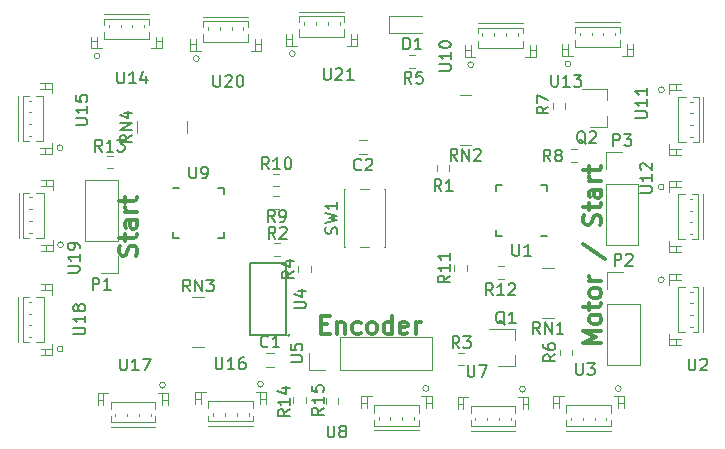
<source format=gto>
G04 #@! TF.GenerationSoftware,KiCad,Pcbnew,no-vcs-found-ecdfa40~58~ubuntu16.04.1*
G04 #@! TF.CreationDate,2017-03-20T23:24:32+01:00*
G04 #@! TF.ProjectId,GhostSensorboard,47686F737453656E736F72626F617264,rev?*
G04 #@! TF.FileFunction,Legend,Top*
G04 #@! TF.FilePolarity,Positive*
%FSLAX46Y46*%
G04 Gerber Fmt 4.6, Leading zero omitted, Abs format (unit mm)*
G04 Created by KiCad (PCBNEW no-vcs-found-ecdfa40~58~ubuntu16.04.1) date Mon Mar 20 23:24:32 2017*
%MOMM*%
%LPD*%
G01*
G04 APERTURE LIST*
%ADD10C,0.100000*%
%ADD11C,0.300000*%
%ADD12C,0.150000*%
%ADD13C,0.120000*%
G04 APERTURE END LIST*
D10*
D11*
X95642857Y-103932857D02*
X96142857Y-103932857D01*
X96357142Y-104718571D02*
X95642857Y-104718571D01*
X95642857Y-103218571D01*
X96357142Y-103218571D01*
X97000000Y-103718571D02*
X97000000Y-104718571D01*
X97000000Y-103861428D02*
X97071428Y-103790000D01*
X97214285Y-103718571D01*
X97428571Y-103718571D01*
X97571428Y-103790000D01*
X97642857Y-103932857D01*
X97642857Y-104718571D01*
X99000000Y-104647142D02*
X98857142Y-104718571D01*
X98571428Y-104718571D01*
X98428571Y-104647142D01*
X98357142Y-104575714D01*
X98285714Y-104432857D01*
X98285714Y-104004285D01*
X98357142Y-103861428D01*
X98428571Y-103790000D01*
X98571428Y-103718571D01*
X98857142Y-103718571D01*
X99000000Y-103790000D01*
X99857142Y-104718571D02*
X99714285Y-104647142D01*
X99642857Y-104575714D01*
X99571428Y-104432857D01*
X99571428Y-104004285D01*
X99642857Y-103861428D01*
X99714285Y-103790000D01*
X99857142Y-103718571D01*
X100071428Y-103718571D01*
X100214285Y-103790000D01*
X100285714Y-103861428D01*
X100357142Y-104004285D01*
X100357142Y-104432857D01*
X100285714Y-104575714D01*
X100214285Y-104647142D01*
X100071428Y-104718571D01*
X99857142Y-104718571D01*
X101642857Y-104718571D02*
X101642857Y-103218571D01*
X101642857Y-104647142D02*
X101500000Y-104718571D01*
X101214285Y-104718571D01*
X101071428Y-104647142D01*
X101000000Y-104575714D01*
X100928571Y-104432857D01*
X100928571Y-104004285D01*
X101000000Y-103861428D01*
X101071428Y-103790000D01*
X101214285Y-103718571D01*
X101500000Y-103718571D01*
X101642857Y-103790000D01*
X102928571Y-104647142D02*
X102785714Y-104718571D01*
X102500000Y-104718571D01*
X102357142Y-104647142D01*
X102285714Y-104504285D01*
X102285714Y-103932857D01*
X102357142Y-103790000D01*
X102500000Y-103718571D01*
X102785714Y-103718571D01*
X102928571Y-103790000D01*
X103000000Y-103932857D01*
X103000000Y-104075714D01*
X102285714Y-104218571D01*
X103642857Y-104718571D02*
X103642857Y-103718571D01*
X103642857Y-104004285D02*
X103714285Y-103861428D01*
X103785714Y-103790000D01*
X103928571Y-103718571D01*
X104071428Y-103718571D01*
X119358571Y-105532857D02*
X117858571Y-105532857D01*
X118930000Y-105032857D01*
X117858571Y-104532857D01*
X119358571Y-104532857D01*
X119358571Y-103604285D02*
X119287142Y-103747142D01*
X119215714Y-103818571D01*
X119072857Y-103890000D01*
X118644285Y-103890000D01*
X118501428Y-103818571D01*
X118430000Y-103747142D01*
X118358571Y-103604285D01*
X118358571Y-103390000D01*
X118430000Y-103247142D01*
X118501428Y-103175714D01*
X118644285Y-103104285D01*
X119072857Y-103104285D01*
X119215714Y-103175714D01*
X119287142Y-103247142D01*
X119358571Y-103390000D01*
X119358571Y-103604285D01*
X118358571Y-102675714D02*
X118358571Y-102104285D01*
X117858571Y-102461428D02*
X119144285Y-102461428D01*
X119287142Y-102390000D01*
X119358571Y-102247142D01*
X119358571Y-102104285D01*
X119358571Y-101390000D02*
X119287142Y-101532857D01*
X119215714Y-101604285D01*
X119072857Y-101675714D01*
X118644285Y-101675714D01*
X118501428Y-101604285D01*
X118430000Y-101532857D01*
X118358571Y-101390000D01*
X118358571Y-101175714D01*
X118430000Y-101032857D01*
X118501428Y-100961428D01*
X118644285Y-100890000D01*
X119072857Y-100890000D01*
X119215714Y-100961428D01*
X119287142Y-101032857D01*
X119358571Y-101175714D01*
X119358571Y-101390000D01*
X119358571Y-100247142D02*
X118358571Y-100247142D01*
X118644285Y-100247142D02*
X118501428Y-100175714D01*
X118430000Y-100104285D01*
X118358571Y-99961428D01*
X118358571Y-99818571D01*
X117787142Y-97104285D02*
X119715714Y-98390000D01*
X119287142Y-95532857D02*
X119358571Y-95318571D01*
X119358571Y-94961428D01*
X119287142Y-94818571D01*
X119215714Y-94747142D01*
X119072857Y-94675714D01*
X118930000Y-94675714D01*
X118787142Y-94747142D01*
X118715714Y-94818571D01*
X118644285Y-94961428D01*
X118572857Y-95247142D01*
X118501428Y-95390000D01*
X118430000Y-95461428D01*
X118287142Y-95532857D01*
X118144285Y-95532857D01*
X118001428Y-95461428D01*
X117930000Y-95390000D01*
X117858571Y-95247142D01*
X117858571Y-94890000D01*
X117930000Y-94675714D01*
X118358571Y-94247142D02*
X118358571Y-93675714D01*
X117858571Y-94032857D02*
X119144285Y-94032857D01*
X119287142Y-93961428D01*
X119358571Y-93818571D01*
X119358571Y-93675714D01*
X119358571Y-92532857D02*
X118572857Y-92532857D01*
X118430000Y-92604285D01*
X118358571Y-92747142D01*
X118358571Y-93032857D01*
X118430000Y-93175714D01*
X119287142Y-92532857D02*
X119358571Y-92675714D01*
X119358571Y-93032857D01*
X119287142Y-93175714D01*
X119144285Y-93247142D01*
X119001428Y-93247142D01*
X118858571Y-93175714D01*
X118787142Y-93032857D01*
X118787142Y-92675714D01*
X118715714Y-92532857D01*
X119358571Y-91818571D02*
X118358571Y-91818571D01*
X118644285Y-91818571D02*
X118501428Y-91747142D01*
X118430000Y-91675714D01*
X118358571Y-91532857D01*
X118358571Y-91390000D01*
X118358571Y-91104285D02*
X118358571Y-90532857D01*
X117858571Y-90890000D02*
X119144285Y-90890000D01*
X119287142Y-90818571D01*
X119358571Y-90675714D01*
X119358571Y-90532857D01*
X79947142Y-98118571D02*
X80018571Y-97904285D01*
X80018571Y-97547142D01*
X79947142Y-97404285D01*
X79875714Y-97332857D01*
X79732857Y-97261428D01*
X79590000Y-97261428D01*
X79447142Y-97332857D01*
X79375714Y-97404285D01*
X79304285Y-97547142D01*
X79232857Y-97832857D01*
X79161428Y-97975714D01*
X79090000Y-98047142D01*
X78947142Y-98118571D01*
X78804285Y-98118571D01*
X78661428Y-98047142D01*
X78590000Y-97975714D01*
X78518571Y-97832857D01*
X78518571Y-97475714D01*
X78590000Y-97261428D01*
X79018571Y-96832857D02*
X79018571Y-96261428D01*
X78518571Y-96618571D02*
X79804285Y-96618571D01*
X79947142Y-96547142D01*
X80018571Y-96404285D01*
X80018571Y-96261428D01*
X80018571Y-95118571D02*
X79232857Y-95118571D01*
X79090000Y-95190000D01*
X79018571Y-95332857D01*
X79018571Y-95618571D01*
X79090000Y-95761428D01*
X79947142Y-95118571D02*
X80018571Y-95261428D01*
X80018571Y-95618571D01*
X79947142Y-95761428D01*
X79804285Y-95832857D01*
X79661428Y-95832857D01*
X79518571Y-95761428D01*
X79447142Y-95618571D01*
X79447142Y-95261428D01*
X79375714Y-95118571D01*
X80018571Y-94404285D02*
X79018571Y-94404285D01*
X79304285Y-94404285D02*
X79161428Y-94332857D01*
X79090000Y-94261428D01*
X79018571Y-94118571D01*
X79018571Y-93975714D01*
X79018571Y-93690000D02*
X79018571Y-93118571D01*
X78518571Y-93475714D02*
X79804285Y-93475714D01*
X79947142Y-93404285D01*
X80018571Y-93261428D01*
X80018571Y-93118571D01*
D12*
X92646500Y-98765360D02*
X92646500Y-101813360D01*
X89598500Y-98765360D02*
X92646500Y-98765360D01*
X89598500Y-104861360D02*
X89598500Y-98765360D01*
X92646500Y-104861360D02*
X89598500Y-104861360D01*
X92646500Y-101813360D02*
X92646500Y-104861360D01*
X92972342Y-104861360D02*
G75*
G03X92972342Y-104861360I-71842J0D01*
G01*
D13*
X91665540Y-107526380D02*
X90965540Y-107526380D01*
X90965540Y-106326380D02*
X91665540Y-106326380D01*
X99560000Y-89540000D02*
X98860000Y-89540000D01*
X98860000Y-88340000D02*
X99560000Y-88340000D01*
X101410000Y-77850000D02*
X104210000Y-77850000D01*
X101410000Y-79250000D02*
X104210000Y-79250000D01*
X101410000Y-77850000D02*
X101410000Y-79250000D01*
X78423120Y-99561000D02*
X77033120Y-99561000D01*
X78423120Y-98171000D02*
X78423120Y-99561000D01*
X75643120Y-96901000D02*
X78423120Y-96901000D01*
X75643120Y-91701000D02*
X75643120Y-96901000D01*
X78423120Y-91701000D02*
X75643120Y-91701000D01*
X78423120Y-96901000D02*
X78423120Y-91701000D01*
X119834040Y-102163880D02*
X119834040Y-107363880D01*
X119834040Y-107363880D02*
X122614040Y-107363880D01*
X122614040Y-107363880D02*
X122614040Y-102163880D01*
X122614040Y-102163880D02*
X119834040Y-102163880D01*
X119834040Y-100893880D02*
X119834040Y-99503880D01*
X119834040Y-99503880D02*
X121224040Y-99503880D01*
X119732440Y-89374360D02*
X121122440Y-89374360D01*
X119732440Y-90764360D02*
X119732440Y-89374360D01*
X122512440Y-92034360D02*
X119732440Y-92034360D01*
X122512440Y-97234360D02*
X122512440Y-92034360D01*
X119732440Y-97234360D02*
X122512440Y-97234360D01*
X119732440Y-92034360D02*
X119732440Y-97234360D01*
X112060000Y-107480000D02*
X110600000Y-107480000D01*
X112060000Y-104320000D02*
X109900000Y-104320000D01*
X112060000Y-104320000D02*
X112060000Y-105250000D01*
X112060000Y-107480000D02*
X112060000Y-106550000D01*
X119863900Y-87178000D02*
X119863900Y-86248000D01*
X119863900Y-84018000D02*
X119863900Y-84948000D01*
X119863900Y-84018000D02*
X117703900Y-84018000D01*
X119863900Y-87178000D02*
X118403900Y-87178000D01*
X114350000Y-99150000D02*
X115350000Y-99150000D01*
X114350000Y-103390000D02*
X115350000Y-103390000D01*
X107373800Y-88739080D02*
X108373800Y-88739080D01*
X107373800Y-84499080D02*
X108373800Y-84499080D01*
X85742400Y-101572960D02*
X84742400Y-101572960D01*
X85742400Y-105812960D02*
X84742400Y-105812960D01*
X84291540Y-86713440D02*
X84291540Y-87713440D01*
X80051540Y-86713440D02*
X80051540Y-87713440D01*
X101060000Y-97370000D02*
X101060000Y-92470000D01*
X97560000Y-92470000D02*
X97560000Y-97370000D01*
X98960000Y-92470000D02*
X99660000Y-92470000D01*
X98960000Y-97370000D02*
X99660000Y-97370000D01*
X97560000Y-97370000D02*
X97660000Y-97370000D01*
X100960000Y-97370000D02*
X101060000Y-97370000D01*
X101060000Y-92470000D02*
X100960000Y-92470000D01*
X97560000Y-92470000D02*
X97660000Y-92470000D01*
D12*
X110458360Y-96444960D02*
X110458360Y-95919960D01*
X114758360Y-92144960D02*
X114758360Y-92669960D01*
X110458360Y-92144960D02*
X110458360Y-92669960D01*
X114758360Y-96444960D02*
X114233360Y-96444960D01*
X114758360Y-92144960D02*
X114233360Y-92144960D01*
X110458360Y-92144960D02*
X110983360Y-92144960D01*
X110458360Y-96444960D02*
X110983360Y-96444960D01*
D13*
X124692220Y-100159180D02*
G75*
G03X124692220Y-100159180I-250000J0D01*
G01*
X127992220Y-100759180D02*
X127992220Y-104559180D01*
X126092220Y-99659180D02*
X125092220Y-99659180D01*
X125092220Y-99659180D02*
X125092220Y-100559180D01*
X125092220Y-100159180D02*
X126092220Y-100159180D01*
X126092220Y-100159180D02*
X126092220Y-100159180D01*
X126092220Y-100159180D02*
X125092220Y-100159180D01*
X125092220Y-100159180D02*
X125092220Y-100159180D01*
X125692220Y-100159180D02*
X125692220Y-100159180D01*
X125692220Y-100159180D02*
X125692220Y-99659180D01*
X125692220Y-99659180D02*
X125692220Y-99659180D01*
X125692220Y-99659180D02*
X125692220Y-100159180D01*
X126092220Y-105659180D02*
X125092220Y-105659180D01*
X125092220Y-105659180D02*
X125092220Y-104759180D01*
X125092220Y-105159180D02*
X126092220Y-105159180D01*
X126092220Y-105159180D02*
X126092220Y-105159180D01*
X126092220Y-105159180D02*
X125092220Y-105159180D01*
X125092220Y-105159180D02*
X125092220Y-105159180D01*
X125692220Y-105159180D02*
X125692220Y-105159180D01*
X125692220Y-105159180D02*
X125692220Y-105659180D01*
X125692220Y-105659180D02*
X125692220Y-105659180D01*
X125692220Y-105659180D02*
X125692220Y-105159180D01*
X127092220Y-100759180D02*
X127592220Y-100759180D01*
X127592220Y-100759180D02*
X127592220Y-104559180D01*
X127592220Y-104559180D02*
X127092220Y-104559180D01*
X126492220Y-100759180D02*
X125842220Y-100759180D01*
X125842220Y-100759180D02*
X125842220Y-104559180D01*
X125842220Y-104559180D02*
X126492220Y-104559180D01*
X127092220Y-101159180D02*
X126892220Y-101159180D01*
X127092220Y-102159180D02*
X126892220Y-102159180D01*
X127092220Y-103159180D02*
X126892220Y-103159180D01*
X127092220Y-104159180D02*
X126892220Y-104159180D01*
X116803040Y-112017320D02*
X116803040Y-111817320D01*
X117803040Y-112017320D02*
X117803040Y-111817320D01*
X118803040Y-112017320D02*
X118803040Y-111817320D01*
X119803040Y-112017320D02*
X119803040Y-111817320D01*
X116403040Y-110767320D02*
X116403040Y-111417320D01*
X120203040Y-110767320D02*
X116403040Y-110767320D01*
X120203040Y-111417320D02*
X120203040Y-110767320D01*
X116403040Y-112517320D02*
X116403040Y-112017320D01*
X120203040Y-112517320D02*
X116403040Y-112517320D01*
X120203040Y-112017320D02*
X120203040Y-112517320D01*
X115303040Y-110617320D02*
X115803040Y-110617320D01*
X115303040Y-110617320D02*
X115303040Y-110617320D01*
X115803040Y-110617320D02*
X115303040Y-110617320D01*
X115803040Y-110617320D02*
X115803040Y-110617320D01*
X115803040Y-110017320D02*
X115803040Y-110017320D01*
X115803040Y-111017320D02*
X115803040Y-110017320D01*
X115803040Y-111017320D02*
X115803040Y-111017320D01*
X115803040Y-110017320D02*
X115803040Y-111017320D01*
X115303040Y-110017320D02*
X116203040Y-110017320D01*
X115303040Y-111017320D02*
X115303040Y-110017320D01*
X121303040Y-110617320D02*
X120803040Y-110617320D01*
X121303040Y-110617320D02*
X121303040Y-110617320D01*
X120803040Y-110617320D02*
X121303040Y-110617320D01*
X120803040Y-110617320D02*
X120803040Y-110617320D01*
X120803040Y-110017320D02*
X120803040Y-110017320D01*
X120803040Y-111017320D02*
X120803040Y-110017320D01*
X120803040Y-111017320D02*
X120803040Y-111017320D01*
X120803040Y-110017320D02*
X120803040Y-111017320D01*
X121303040Y-110017320D02*
X120403040Y-110017320D01*
X121303040Y-111017320D02*
X121303040Y-110017320D01*
X120203040Y-112917320D02*
X116403040Y-112917320D01*
X121053040Y-109367320D02*
G75*
G03X121053040Y-109367320I-250000J0D01*
G01*
X112947900Y-109413040D02*
G75*
G03X112947900Y-109413040I-250000J0D01*
G01*
X112097900Y-112963040D02*
X108297900Y-112963040D01*
X113197900Y-111063040D02*
X113197900Y-110063040D01*
X113197900Y-110063040D02*
X112297900Y-110063040D01*
X112697900Y-110063040D02*
X112697900Y-111063040D01*
X112697900Y-111063040D02*
X112697900Y-111063040D01*
X112697900Y-111063040D02*
X112697900Y-110063040D01*
X112697900Y-110063040D02*
X112697900Y-110063040D01*
X112697900Y-110663040D02*
X112697900Y-110663040D01*
X112697900Y-110663040D02*
X113197900Y-110663040D01*
X113197900Y-110663040D02*
X113197900Y-110663040D01*
X113197900Y-110663040D02*
X112697900Y-110663040D01*
X107197900Y-111063040D02*
X107197900Y-110063040D01*
X107197900Y-110063040D02*
X108097900Y-110063040D01*
X107697900Y-110063040D02*
X107697900Y-111063040D01*
X107697900Y-111063040D02*
X107697900Y-111063040D01*
X107697900Y-111063040D02*
X107697900Y-110063040D01*
X107697900Y-110063040D02*
X107697900Y-110063040D01*
X107697900Y-110663040D02*
X107697900Y-110663040D01*
X107697900Y-110663040D02*
X107197900Y-110663040D01*
X107197900Y-110663040D02*
X107197900Y-110663040D01*
X107197900Y-110663040D02*
X107697900Y-110663040D01*
X112097900Y-112063040D02*
X112097900Y-112563040D01*
X112097900Y-112563040D02*
X108297900Y-112563040D01*
X108297900Y-112563040D02*
X108297900Y-112063040D01*
X112097900Y-111463040D02*
X112097900Y-110813040D01*
X112097900Y-110813040D02*
X108297900Y-110813040D01*
X108297900Y-110813040D02*
X108297900Y-111463040D01*
X111697900Y-112063040D02*
X111697900Y-111863040D01*
X110697900Y-112063040D02*
X110697900Y-111863040D01*
X109697900Y-112063040D02*
X109697900Y-111863040D01*
X108697900Y-112063040D02*
X108697900Y-111863040D01*
X100519100Y-112004620D02*
X100519100Y-111804620D01*
X101519100Y-112004620D02*
X101519100Y-111804620D01*
X102519100Y-112004620D02*
X102519100Y-111804620D01*
X103519100Y-112004620D02*
X103519100Y-111804620D01*
X100119100Y-110754620D02*
X100119100Y-111404620D01*
X103919100Y-110754620D02*
X100119100Y-110754620D01*
X103919100Y-111404620D02*
X103919100Y-110754620D01*
X100119100Y-112504620D02*
X100119100Y-112004620D01*
X103919100Y-112504620D02*
X100119100Y-112504620D01*
X103919100Y-112004620D02*
X103919100Y-112504620D01*
X99019100Y-110604620D02*
X99519100Y-110604620D01*
X99019100Y-110604620D02*
X99019100Y-110604620D01*
X99519100Y-110604620D02*
X99019100Y-110604620D01*
X99519100Y-110604620D02*
X99519100Y-110604620D01*
X99519100Y-110004620D02*
X99519100Y-110004620D01*
X99519100Y-111004620D02*
X99519100Y-110004620D01*
X99519100Y-111004620D02*
X99519100Y-111004620D01*
X99519100Y-110004620D02*
X99519100Y-111004620D01*
X99019100Y-110004620D02*
X99919100Y-110004620D01*
X99019100Y-111004620D02*
X99019100Y-110004620D01*
X105019100Y-110604620D02*
X104519100Y-110604620D01*
X105019100Y-110604620D02*
X105019100Y-110604620D01*
X104519100Y-110604620D02*
X105019100Y-110604620D01*
X104519100Y-110604620D02*
X104519100Y-110604620D01*
X104519100Y-110004620D02*
X104519100Y-110004620D01*
X104519100Y-111004620D02*
X104519100Y-110004620D01*
X104519100Y-111004620D02*
X104519100Y-111004620D01*
X104519100Y-110004620D02*
X104519100Y-111004620D01*
X105019100Y-110004620D02*
X104119100Y-110004620D01*
X105019100Y-111004620D02*
X105019100Y-110004620D01*
X103919100Y-112904620D02*
X100119100Y-112904620D01*
X104769100Y-109354620D02*
G75*
G03X104769100Y-109354620I-250000J0D01*
G01*
D12*
X87407640Y-92348160D02*
X86882640Y-92348160D01*
X87407640Y-96648160D02*
X86882640Y-96648160D01*
X83107640Y-96648160D02*
X83632640Y-96648160D01*
X83107640Y-92348160D02*
X83632640Y-92348160D01*
X87407640Y-96648160D02*
X87407640Y-96123160D01*
X83107640Y-96648160D02*
X83107640Y-96123160D01*
X87407640Y-92348160D02*
X87407640Y-92873160D01*
D13*
X108557500Y-81950560D02*
G75*
G03X108557500Y-81950560I-250000J0D01*
G01*
X108907500Y-78400560D02*
X112707500Y-78400560D01*
X107807500Y-80300560D02*
X107807500Y-81300560D01*
X107807500Y-81300560D02*
X108707500Y-81300560D01*
X108307500Y-81300560D02*
X108307500Y-80300560D01*
X108307500Y-80300560D02*
X108307500Y-80300560D01*
X108307500Y-80300560D02*
X108307500Y-81300560D01*
X108307500Y-81300560D02*
X108307500Y-81300560D01*
X108307500Y-80700560D02*
X108307500Y-80700560D01*
X108307500Y-80700560D02*
X107807500Y-80700560D01*
X107807500Y-80700560D02*
X107807500Y-80700560D01*
X107807500Y-80700560D02*
X108307500Y-80700560D01*
X113807500Y-80300560D02*
X113807500Y-81300560D01*
X113807500Y-81300560D02*
X112907500Y-81300560D01*
X113307500Y-81300560D02*
X113307500Y-80300560D01*
X113307500Y-80300560D02*
X113307500Y-80300560D01*
X113307500Y-80300560D02*
X113307500Y-81300560D01*
X113307500Y-81300560D02*
X113307500Y-81300560D01*
X113307500Y-80700560D02*
X113307500Y-80700560D01*
X113307500Y-80700560D02*
X113807500Y-80700560D01*
X113807500Y-80700560D02*
X113807500Y-80700560D01*
X113807500Y-80700560D02*
X113307500Y-80700560D01*
X108907500Y-79300560D02*
X108907500Y-78800560D01*
X108907500Y-78800560D02*
X112707500Y-78800560D01*
X112707500Y-78800560D02*
X112707500Y-79300560D01*
X108907500Y-79900560D02*
X108907500Y-80550560D01*
X108907500Y-80550560D02*
X112707500Y-80550560D01*
X112707500Y-80550560D02*
X112707500Y-79900560D01*
X109307500Y-79300560D02*
X109307500Y-79500560D01*
X110307500Y-79300560D02*
X110307500Y-79500560D01*
X111307500Y-79300560D02*
X111307500Y-79500560D01*
X112307500Y-79300560D02*
X112307500Y-79500560D01*
X127102380Y-88068280D02*
X126902380Y-88068280D01*
X127102380Y-87068280D02*
X126902380Y-87068280D01*
X127102380Y-86068280D02*
X126902380Y-86068280D01*
X127102380Y-85068280D02*
X126902380Y-85068280D01*
X125852380Y-88468280D02*
X126502380Y-88468280D01*
X125852380Y-84668280D02*
X125852380Y-88468280D01*
X126502380Y-84668280D02*
X125852380Y-84668280D01*
X127602380Y-88468280D02*
X127102380Y-88468280D01*
X127602380Y-84668280D02*
X127602380Y-88468280D01*
X127102380Y-84668280D02*
X127602380Y-84668280D01*
X125702380Y-89568280D02*
X125702380Y-89068280D01*
X125702380Y-89568280D02*
X125702380Y-89568280D01*
X125702380Y-89068280D02*
X125702380Y-89568280D01*
X125702380Y-89068280D02*
X125702380Y-89068280D01*
X125102380Y-89068280D02*
X125102380Y-89068280D01*
X126102380Y-89068280D02*
X125102380Y-89068280D01*
X126102380Y-89068280D02*
X126102380Y-89068280D01*
X125102380Y-89068280D02*
X126102380Y-89068280D01*
X125102380Y-89568280D02*
X125102380Y-88668280D01*
X126102380Y-89568280D02*
X125102380Y-89568280D01*
X125702380Y-83568280D02*
X125702380Y-84068280D01*
X125702380Y-83568280D02*
X125702380Y-83568280D01*
X125702380Y-84068280D02*
X125702380Y-83568280D01*
X125702380Y-84068280D02*
X125702380Y-84068280D01*
X125102380Y-84068280D02*
X125102380Y-84068280D01*
X126102380Y-84068280D02*
X125102380Y-84068280D01*
X126102380Y-84068280D02*
X126102380Y-84068280D01*
X125102380Y-84068280D02*
X126102380Y-84068280D01*
X125102380Y-83568280D02*
X125102380Y-84468280D01*
X126102380Y-83568280D02*
X125102380Y-83568280D01*
X128002380Y-84668280D02*
X128002380Y-88468280D01*
X124702380Y-84068280D02*
G75*
G03X124702380Y-84068280I-250000J0D01*
G01*
X124687140Y-92302960D02*
G75*
G03X124687140Y-92302960I-250000J0D01*
G01*
X127987140Y-92902960D02*
X127987140Y-96702960D01*
X126087140Y-91802960D02*
X125087140Y-91802960D01*
X125087140Y-91802960D02*
X125087140Y-92702960D01*
X125087140Y-92302960D02*
X126087140Y-92302960D01*
X126087140Y-92302960D02*
X126087140Y-92302960D01*
X126087140Y-92302960D02*
X125087140Y-92302960D01*
X125087140Y-92302960D02*
X125087140Y-92302960D01*
X125687140Y-92302960D02*
X125687140Y-92302960D01*
X125687140Y-92302960D02*
X125687140Y-91802960D01*
X125687140Y-91802960D02*
X125687140Y-91802960D01*
X125687140Y-91802960D02*
X125687140Y-92302960D01*
X126087140Y-97802960D02*
X125087140Y-97802960D01*
X125087140Y-97802960D02*
X125087140Y-96902960D01*
X125087140Y-97302960D02*
X126087140Y-97302960D01*
X126087140Y-97302960D02*
X126087140Y-97302960D01*
X126087140Y-97302960D02*
X125087140Y-97302960D01*
X125087140Y-97302960D02*
X125087140Y-97302960D01*
X125687140Y-97302960D02*
X125687140Y-97302960D01*
X125687140Y-97302960D02*
X125687140Y-97802960D01*
X125687140Y-97802960D02*
X125687140Y-97802960D01*
X125687140Y-97802960D02*
X125687140Y-97302960D01*
X127087140Y-92902960D02*
X127587140Y-92902960D01*
X127587140Y-92902960D02*
X127587140Y-96702960D01*
X127587140Y-96702960D02*
X127087140Y-96702960D01*
X126487140Y-92902960D02*
X125837140Y-92902960D01*
X125837140Y-92902960D02*
X125837140Y-96702960D01*
X125837140Y-96702960D02*
X126487140Y-96702960D01*
X127087140Y-93302960D02*
X126887140Y-93302960D01*
X127087140Y-94302960D02*
X126887140Y-94302960D01*
X127087140Y-95302960D02*
X126887140Y-95302960D01*
X127087140Y-96302960D02*
X126887140Y-96302960D01*
X120539640Y-79229440D02*
X120539640Y-79429440D01*
X119539640Y-79229440D02*
X119539640Y-79429440D01*
X118539640Y-79229440D02*
X118539640Y-79429440D01*
X117539640Y-79229440D02*
X117539640Y-79429440D01*
X120939640Y-80479440D02*
X120939640Y-79829440D01*
X117139640Y-80479440D02*
X120939640Y-80479440D01*
X117139640Y-79829440D02*
X117139640Y-80479440D01*
X120939640Y-78729440D02*
X120939640Y-79229440D01*
X117139640Y-78729440D02*
X120939640Y-78729440D01*
X117139640Y-79229440D02*
X117139640Y-78729440D01*
X122039640Y-80629440D02*
X121539640Y-80629440D01*
X122039640Y-80629440D02*
X122039640Y-80629440D01*
X121539640Y-80629440D02*
X122039640Y-80629440D01*
X121539640Y-80629440D02*
X121539640Y-80629440D01*
X121539640Y-81229440D02*
X121539640Y-81229440D01*
X121539640Y-80229440D02*
X121539640Y-81229440D01*
X121539640Y-80229440D02*
X121539640Y-80229440D01*
X121539640Y-81229440D02*
X121539640Y-80229440D01*
X122039640Y-81229440D02*
X121139640Y-81229440D01*
X122039640Y-80229440D02*
X122039640Y-81229440D01*
X116039640Y-80629440D02*
X116539640Y-80629440D01*
X116039640Y-80629440D02*
X116039640Y-80629440D01*
X116539640Y-80629440D02*
X116039640Y-80629440D01*
X116539640Y-80629440D02*
X116539640Y-80629440D01*
X116539640Y-81229440D02*
X116539640Y-81229440D01*
X116539640Y-80229440D02*
X116539640Y-81229440D01*
X116539640Y-80229440D02*
X116539640Y-80229440D01*
X116539640Y-81229440D02*
X116539640Y-80229440D01*
X116039640Y-81229440D02*
X116939640Y-81229440D01*
X116039640Y-80229440D02*
X116039640Y-81229440D01*
X117139640Y-78329440D02*
X120939640Y-78329440D01*
X116789640Y-81879440D02*
G75*
G03X116789640Y-81879440I-250000J0D01*
G01*
X76920400Y-81211300D02*
G75*
G03X76920400Y-81211300I-250000J0D01*
G01*
X77270400Y-77661300D02*
X81070400Y-77661300D01*
X76170400Y-79561300D02*
X76170400Y-80561300D01*
X76170400Y-80561300D02*
X77070400Y-80561300D01*
X76670400Y-80561300D02*
X76670400Y-79561300D01*
X76670400Y-79561300D02*
X76670400Y-79561300D01*
X76670400Y-79561300D02*
X76670400Y-80561300D01*
X76670400Y-80561300D02*
X76670400Y-80561300D01*
X76670400Y-79961300D02*
X76670400Y-79961300D01*
X76670400Y-79961300D02*
X76170400Y-79961300D01*
X76170400Y-79961300D02*
X76170400Y-79961300D01*
X76170400Y-79961300D02*
X76670400Y-79961300D01*
X82170400Y-79561300D02*
X82170400Y-80561300D01*
X82170400Y-80561300D02*
X81270400Y-80561300D01*
X81670400Y-80561300D02*
X81670400Y-79561300D01*
X81670400Y-79561300D02*
X81670400Y-79561300D01*
X81670400Y-79561300D02*
X81670400Y-80561300D01*
X81670400Y-80561300D02*
X81670400Y-80561300D01*
X81670400Y-79961300D02*
X81670400Y-79961300D01*
X81670400Y-79961300D02*
X82170400Y-79961300D01*
X82170400Y-79961300D02*
X82170400Y-79961300D01*
X82170400Y-79961300D02*
X81670400Y-79961300D01*
X77270400Y-78561300D02*
X77270400Y-78061300D01*
X77270400Y-78061300D02*
X81070400Y-78061300D01*
X81070400Y-78061300D02*
X81070400Y-78561300D01*
X77270400Y-79161300D02*
X77270400Y-79811300D01*
X77270400Y-79811300D02*
X81070400Y-79811300D01*
X81070400Y-79811300D02*
X81070400Y-79161300D01*
X77670400Y-78561300D02*
X77670400Y-78761300D01*
X78670400Y-78561300D02*
X78670400Y-78761300D01*
X79670400Y-78561300D02*
X79670400Y-78761300D01*
X80670400Y-78561300D02*
X80670400Y-78761300D01*
X70880460Y-84976840D02*
X71080460Y-84976840D01*
X70880460Y-85976840D02*
X71080460Y-85976840D01*
X70880460Y-86976840D02*
X71080460Y-86976840D01*
X70880460Y-87976840D02*
X71080460Y-87976840D01*
X72130460Y-84576840D02*
X71480460Y-84576840D01*
X72130460Y-88376840D02*
X72130460Y-84576840D01*
X71480460Y-88376840D02*
X72130460Y-88376840D01*
X70380460Y-84576840D02*
X70880460Y-84576840D01*
X70380460Y-88376840D02*
X70380460Y-84576840D01*
X70880460Y-88376840D02*
X70380460Y-88376840D01*
X72280460Y-83476840D02*
X72280460Y-83976840D01*
X72280460Y-83476840D02*
X72280460Y-83476840D01*
X72280460Y-83976840D02*
X72280460Y-83476840D01*
X72280460Y-83976840D02*
X72280460Y-83976840D01*
X72880460Y-83976840D02*
X72880460Y-83976840D01*
X71880460Y-83976840D02*
X72880460Y-83976840D01*
X71880460Y-83976840D02*
X71880460Y-83976840D01*
X72880460Y-83976840D02*
X71880460Y-83976840D01*
X72880460Y-83476840D02*
X72880460Y-84376840D01*
X71880460Y-83476840D02*
X72880460Y-83476840D01*
X72280460Y-89476840D02*
X72280460Y-88976840D01*
X72280460Y-89476840D02*
X72280460Y-89476840D01*
X72280460Y-88976840D02*
X72280460Y-89476840D01*
X72280460Y-88976840D02*
X72280460Y-88976840D01*
X72880460Y-88976840D02*
X72880460Y-88976840D01*
X71880460Y-88976840D02*
X72880460Y-88976840D01*
X71880460Y-88976840D02*
X71880460Y-88976840D01*
X72880460Y-88976840D02*
X71880460Y-88976840D01*
X72880460Y-89476840D02*
X72880460Y-88576840D01*
X71880460Y-89476840D02*
X72880460Y-89476840D01*
X69980460Y-88376840D02*
X69980460Y-84576840D01*
X73780460Y-88976840D02*
G75*
G03X73780460Y-88976840I-250000J0D01*
G01*
X86508460Y-111649020D02*
X86508460Y-111449020D01*
X87508460Y-111649020D02*
X87508460Y-111449020D01*
X88508460Y-111649020D02*
X88508460Y-111449020D01*
X89508460Y-111649020D02*
X89508460Y-111449020D01*
X86108460Y-110399020D02*
X86108460Y-111049020D01*
X89908460Y-110399020D02*
X86108460Y-110399020D01*
X89908460Y-111049020D02*
X89908460Y-110399020D01*
X86108460Y-112149020D02*
X86108460Y-111649020D01*
X89908460Y-112149020D02*
X86108460Y-112149020D01*
X89908460Y-111649020D02*
X89908460Y-112149020D01*
X85008460Y-110249020D02*
X85508460Y-110249020D01*
X85008460Y-110249020D02*
X85008460Y-110249020D01*
X85508460Y-110249020D02*
X85008460Y-110249020D01*
X85508460Y-110249020D02*
X85508460Y-110249020D01*
X85508460Y-109649020D02*
X85508460Y-109649020D01*
X85508460Y-110649020D02*
X85508460Y-109649020D01*
X85508460Y-110649020D02*
X85508460Y-110649020D01*
X85508460Y-109649020D02*
X85508460Y-110649020D01*
X85008460Y-109649020D02*
X85908460Y-109649020D01*
X85008460Y-110649020D02*
X85008460Y-109649020D01*
X91008460Y-110249020D02*
X90508460Y-110249020D01*
X91008460Y-110249020D02*
X91008460Y-110249020D01*
X90508460Y-110249020D02*
X91008460Y-110249020D01*
X90508460Y-110249020D02*
X90508460Y-110249020D01*
X90508460Y-109649020D02*
X90508460Y-109649020D01*
X90508460Y-110649020D02*
X90508460Y-109649020D01*
X90508460Y-110649020D02*
X90508460Y-110649020D01*
X90508460Y-109649020D02*
X90508460Y-110649020D01*
X91008460Y-109649020D02*
X90108460Y-109649020D01*
X91008460Y-110649020D02*
X91008460Y-109649020D01*
X89908460Y-112549020D02*
X86108460Y-112549020D01*
X90758460Y-108999020D02*
G75*
G03X90758460Y-108999020I-250000J0D01*
G01*
X82465360Y-109080300D02*
G75*
G03X82465360Y-109080300I-250000J0D01*
G01*
X81615360Y-112630300D02*
X77815360Y-112630300D01*
X82715360Y-110730300D02*
X82715360Y-109730300D01*
X82715360Y-109730300D02*
X81815360Y-109730300D01*
X82215360Y-109730300D02*
X82215360Y-110730300D01*
X82215360Y-110730300D02*
X82215360Y-110730300D01*
X82215360Y-110730300D02*
X82215360Y-109730300D01*
X82215360Y-109730300D02*
X82215360Y-109730300D01*
X82215360Y-110330300D02*
X82215360Y-110330300D01*
X82215360Y-110330300D02*
X82715360Y-110330300D01*
X82715360Y-110330300D02*
X82715360Y-110330300D01*
X82715360Y-110330300D02*
X82215360Y-110330300D01*
X76715360Y-110730300D02*
X76715360Y-109730300D01*
X76715360Y-109730300D02*
X77615360Y-109730300D01*
X77215360Y-109730300D02*
X77215360Y-110730300D01*
X77215360Y-110730300D02*
X77215360Y-110730300D01*
X77215360Y-110730300D02*
X77215360Y-109730300D01*
X77215360Y-109730300D02*
X77215360Y-109730300D01*
X77215360Y-110330300D02*
X77215360Y-110330300D01*
X77215360Y-110330300D02*
X76715360Y-110330300D01*
X76715360Y-110330300D02*
X76715360Y-110330300D01*
X76715360Y-110330300D02*
X77215360Y-110330300D01*
X81615360Y-111730300D02*
X81615360Y-112230300D01*
X81615360Y-112230300D02*
X77815360Y-112230300D01*
X77815360Y-112230300D02*
X77815360Y-111730300D01*
X81615360Y-111130300D02*
X81615360Y-110480300D01*
X81615360Y-110480300D02*
X77815360Y-110480300D01*
X77815360Y-110480300D02*
X77815360Y-111130300D01*
X81215360Y-111730300D02*
X81215360Y-111530300D01*
X80215360Y-111730300D02*
X80215360Y-111530300D01*
X79215360Y-111730300D02*
X79215360Y-111530300D01*
X78215360Y-111730300D02*
X78215360Y-111530300D01*
X70900780Y-102012620D02*
X71100780Y-102012620D01*
X70900780Y-103012620D02*
X71100780Y-103012620D01*
X70900780Y-104012620D02*
X71100780Y-104012620D01*
X70900780Y-105012620D02*
X71100780Y-105012620D01*
X72150780Y-101612620D02*
X71500780Y-101612620D01*
X72150780Y-105412620D02*
X72150780Y-101612620D01*
X71500780Y-105412620D02*
X72150780Y-105412620D01*
X70400780Y-101612620D02*
X70900780Y-101612620D01*
X70400780Y-105412620D02*
X70400780Y-101612620D01*
X70900780Y-105412620D02*
X70400780Y-105412620D01*
X72300780Y-100512620D02*
X72300780Y-101012620D01*
X72300780Y-100512620D02*
X72300780Y-100512620D01*
X72300780Y-101012620D02*
X72300780Y-100512620D01*
X72300780Y-101012620D02*
X72300780Y-101012620D01*
X72900780Y-101012620D02*
X72900780Y-101012620D01*
X71900780Y-101012620D02*
X72900780Y-101012620D01*
X71900780Y-101012620D02*
X71900780Y-101012620D01*
X72900780Y-101012620D02*
X71900780Y-101012620D01*
X72900780Y-100512620D02*
X72900780Y-101412620D01*
X71900780Y-100512620D02*
X72900780Y-100512620D01*
X72300780Y-106512620D02*
X72300780Y-106012620D01*
X72300780Y-106512620D02*
X72300780Y-106512620D01*
X72300780Y-106012620D02*
X72300780Y-106512620D01*
X72300780Y-106012620D02*
X72300780Y-106012620D01*
X72900780Y-106012620D02*
X72900780Y-106012620D01*
X71900780Y-106012620D02*
X72900780Y-106012620D01*
X71900780Y-106012620D02*
X71900780Y-106012620D01*
X72900780Y-106012620D02*
X71900780Y-106012620D01*
X72900780Y-106512620D02*
X72900780Y-105612620D01*
X71900780Y-106512620D02*
X72900780Y-106512620D01*
X70000780Y-105412620D02*
X70000780Y-101612620D01*
X73800780Y-106012620D02*
G75*
G03X73800780Y-106012620I-250000J0D01*
G01*
X73833800Y-97183580D02*
G75*
G03X73833800Y-97183580I-250000J0D01*
G01*
X70033800Y-96583580D02*
X70033800Y-92783580D01*
X71933800Y-97683580D02*
X72933800Y-97683580D01*
X72933800Y-97683580D02*
X72933800Y-96783580D01*
X72933800Y-97183580D02*
X71933800Y-97183580D01*
X71933800Y-97183580D02*
X71933800Y-97183580D01*
X71933800Y-97183580D02*
X72933800Y-97183580D01*
X72933800Y-97183580D02*
X72933800Y-97183580D01*
X72333800Y-97183580D02*
X72333800Y-97183580D01*
X72333800Y-97183580D02*
X72333800Y-97683580D01*
X72333800Y-97683580D02*
X72333800Y-97683580D01*
X72333800Y-97683580D02*
X72333800Y-97183580D01*
X71933800Y-91683580D02*
X72933800Y-91683580D01*
X72933800Y-91683580D02*
X72933800Y-92583580D01*
X72933800Y-92183580D02*
X71933800Y-92183580D01*
X71933800Y-92183580D02*
X71933800Y-92183580D01*
X71933800Y-92183580D02*
X72933800Y-92183580D01*
X72933800Y-92183580D02*
X72933800Y-92183580D01*
X72333800Y-92183580D02*
X72333800Y-92183580D01*
X72333800Y-92183580D02*
X72333800Y-91683580D01*
X72333800Y-91683580D02*
X72333800Y-91683580D01*
X72333800Y-91683580D02*
X72333800Y-92183580D01*
X70933800Y-96583580D02*
X70433800Y-96583580D01*
X70433800Y-96583580D02*
X70433800Y-92783580D01*
X70433800Y-92783580D02*
X70933800Y-92783580D01*
X71533800Y-96583580D02*
X72183800Y-96583580D01*
X72183800Y-96583580D02*
X72183800Y-92783580D01*
X72183800Y-92783580D02*
X71533800Y-92783580D01*
X70933800Y-96183580D02*
X71133800Y-96183580D01*
X70933800Y-95183580D02*
X71133800Y-95183580D01*
X70933800Y-94183580D02*
X71133800Y-94183580D01*
X70933800Y-93183580D02*
X71133800Y-93183580D01*
X89069040Y-78779860D02*
X89069040Y-78979860D01*
X88069040Y-78779860D02*
X88069040Y-78979860D01*
X87069040Y-78779860D02*
X87069040Y-78979860D01*
X86069040Y-78779860D02*
X86069040Y-78979860D01*
X89469040Y-80029860D02*
X89469040Y-79379860D01*
X85669040Y-80029860D02*
X89469040Y-80029860D01*
X85669040Y-79379860D02*
X85669040Y-80029860D01*
X89469040Y-78279860D02*
X89469040Y-78779860D01*
X85669040Y-78279860D02*
X89469040Y-78279860D01*
X85669040Y-78779860D02*
X85669040Y-78279860D01*
X90569040Y-80179860D02*
X90069040Y-80179860D01*
X90569040Y-80179860D02*
X90569040Y-80179860D01*
X90069040Y-80179860D02*
X90569040Y-80179860D01*
X90069040Y-80179860D02*
X90069040Y-80179860D01*
X90069040Y-80779860D02*
X90069040Y-80779860D01*
X90069040Y-79779860D02*
X90069040Y-80779860D01*
X90069040Y-79779860D02*
X90069040Y-79779860D01*
X90069040Y-80779860D02*
X90069040Y-79779860D01*
X90569040Y-80779860D02*
X89669040Y-80779860D01*
X90569040Y-79779860D02*
X90569040Y-80779860D01*
X84569040Y-80179860D02*
X85069040Y-80179860D01*
X84569040Y-80179860D02*
X84569040Y-80179860D01*
X85069040Y-80179860D02*
X84569040Y-80179860D01*
X85069040Y-80179860D02*
X85069040Y-80179860D01*
X85069040Y-80779860D02*
X85069040Y-80779860D01*
X85069040Y-79779860D02*
X85069040Y-80779860D01*
X85069040Y-79779860D02*
X85069040Y-79779860D01*
X85069040Y-80779860D02*
X85069040Y-79779860D01*
X84569040Y-80779860D02*
X85469040Y-80779860D01*
X84569040Y-79779860D02*
X84569040Y-80779860D01*
X85669040Y-77879860D02*
X89469040Y-77879860D01*
X85319040Y-81429860D02*
G75*
G03X85319040Y-81429860I-250000J0D01*
G01*
X93456060Y-81003020D02*
G75*
G03X93456060Y-81003020I-250000J0D01*
G01*
X93806060Y-77453020D02*
X97606060Y-77453020D01*
X92706060Y-79353020D02*
X92706060Y-80353020D01*
X92706060Y-80353020D02*
X93606060Y-80353020D01*
X93206060Y-80353020D02*
X93206060Y-79353020D01*
X93206060Y-79353020D02*
X93206060Y-79353020D01*
X93206060Y-79353020D02*
X93206060Y-80353020D01*
X93206060Y-80353020D02*
X93206060Y-80353020D01*
X93206060Y-79753020D02*
X93206060Y-79753020D01*
X93206060Y-79753020D02*
X92706060Y-79753020D01*
X92706060Y-79753020D02*
X92706060Y-79753020D01*
X92706060Y-79753020D02*
X93206060Y-79753020D01*
X98706060Y-79353020D02*
X98706060Y-80353020D01*
X98706060Y-80353020D02*
X97806060Y-80353020D01*
X98206060Y-80353020D02*
X98206060Y-79353020D01*
X98206060Y-79353020D02*
X98206060Y-79353020D01*
X98206060Y-79353020D02*
X98206060Y-80353020D01*
X98206060Y-80353020D02*
X98206060Y-80353020D01*
X98206060Y-79753020D02*
X98206060Y-79753020D01*
X98206060Y-79753020D02*
X98706060Y-79753020D01*
X98706060Y-79753020D02*
X98706060Y-79753020D01*
X98706060Y-79753020D02*
X98206060Y-79753020D01*
X93806060Y-78353020D02*
X93806060Y-77853020D01*
X93806060Y-77853020D02*
X97606060Y-77853020D01*
X97606060Y-77853020D02*
X97606060Y-78353020D01*
X93806060Y-78953020D02*
X93806060Y-79603020D01*
X93806060Y-79603020D02*
X97606060Y-79603020D01*
X97606060Y-79603020D02*
X97606060Y-78953020D01*
X94206060Y-78353020D02*
X94206060Y-78553020D01*
X95206060Y-78353020D02*
X95206060Y-78553020D01*
X96206060Y-78353020D02*
X96206060Y-78553020D01*
X97206060Y-78353020D02*
X97206060Y-78553020D01*
X106480000Y-90940000D02*
X106480000Y-90440000D01*
X105420000Y-90440000D02*
X105420000Y-90940000D01*
X92198000Y-97044100D02*
X91698000Y-97044100D01*
X91698000Y-98104100D02*
X92198000Y-98104100D01*
X107758040Y-106317640D02*
X107258040Y-106317640D01*
X107258040Y-107377640D02*
X107758040Y-107377640D01*
X94774160Y-99500500D02*
X94774160Y-99000500D01*
X93714160Y-99000500D02*
X93714160Y-99500500D01*
X103070000Y-82190000D02*
X103570000Y-82190000D01*
X103570000Y-81130000D02*
X103070000Y-81130000D01*
X116897560Y-106564240D02*
X116897560Y-106064240D01*
X115837560Y-106064240D02*
X115837560Y-106564240D01*
X116328600Y-85713380D02*
X116328600Y-85213380D01*
X115268600Y-85213380D02*
X115268600Y-85713380D01*
X116780500Y-90179300D02*
X117280500Y-90179300D01*
X117280500Y-89119300D02*
X116780500Y-89119300D01*
X91593860Y-94136620D02*
X92093860Y-94136620D01*
X92093860Y-93076620D02*
X91593860Y-93076620D01*
X91609100Y-92218920D02*
X92109100Y-92218920D01*
X92109100Y-91158920D02*
X91609100Y-91158920D01*
X107960000Y-99410000D02*
X107960000Y-98910000D01*
X106900000Y-98910000D02*
X106900000Y-99410000D01*
X110650000Y-100080000D02*
X111150000Y-100080000D01*
X111150000Y-99020000D02*
X110650000Y-99020000D01*
X77996860Y-89670480D02*
X77496860Y-89670480D01*
X77496860Y-90730480D02*
X77996860Y-90730480D01*
X94360000Y-110620000D02*
X94360000Y-110120000D01*
X93300000Y-110120000D02*
X93300000Y-110620000D01*
X97080480Y-110694280D02*
X97080480Y-110194280D01*
X96020480Y-110194280D02*
X96020480Y-110694280D01*
X94611840Y-107755040D02*
X94611840Y-106365040D01*
X96001840Y-107755040D02*
X94611840Y-107755040D01*
X97271840Y-104975040D02*
X97271840Y-107755040D01*
X105011840Y-104975040D02*
X97271840Y-104975040D01*
X105011840Y-107755040D02*
X105011840Y-104975040D01*
X97271840Y-107755040D02*
X105011840Y-107755040D01*
D12*
X93368880Y-102575264D02*
X94178404Y-102575264D01*
X94273642Y-102527645D01*
X94321261Y-102480026D01*
X94368880Y-102384788D01*
X94368880Y-102194312D01*
X94321261Y-102099074D01*
X94273642Y-102051455D01*
X94178404Y-102003836D01*
X93368880Y-102003836D01*
X93702214Y-101099074D02*
X94368880Y-101099074D01*
X93321261Y-101337169D02*
X94035547Y-101575264D01*
X94035547Y-100956217D01*
X91148873Y-105783522D02*
X91101254Y-105831141D01*
X90958397Y-105878760D01*
X90863159Y-105878760D01*
X90720301Y-105831141D01*
X90625063Y-105735903D01*
X90577444Y-105640665D01*
X90529825Y-105450189D01*
X90529825Y-105307332D01*
X90577444Y-105116856D01*
X90625063Y-105021618D01*
X90720301Y-104926380D01*
X90863159Y-104878760D01*
X90958397Y-104878760D01*
X91101254Y-104926380D01*
X91148873Y-104973999D01*
X92101254Y-105878760D02*
X91529825Y-105878760D01*
X91815540Y-105878760D02*
X91815540Y-104878760D01*
X91720301Y-105021618D01*
X91625063Y-105116856D01*
X91529825Y-105164475D01*
X99043333Y-90797142D02*
X98995714Y-90844761D01*
X98852857Y-90892380D01*
X98757619Y-90892380D01*
X98614761Y-90844761D01*
X98519523Y-90749523D01*
X98471904Y-90654285D01*
X98424285Y-90463809D01*
X98424285Y-90320952D01*
X98471904Y-90130476D01*
X98519523Y-90035238D01*
X98614761Y-89940000D01*
X98757619Y-89892380D01*
X98852857Y-89892380D01*
X98995714Y-89940000D01*
X99043333Y-89987619D01*
X99424285Y-89987619D02*
X99471904Y-89940000D01*
X99567142Y-89892380D01*
X99805238Y-89892380D01*
X99900476Y-89940000D01*
X99948095Y-89987619D01*
X99995714Y-90082857D01*
X99995714Y-90178095D01*
X99948095Y-90320952D01*
X99376666Y-90892380D01*
X99995714Y-90892380D01*
X102611904Y-80652380D02*
X102611904Y-79652380D01*
X102850000Y-79652380D01*
X102992857Y-79700000D01*
X103088095Y-79795238D01*
X103135714Y-79890476D01*
X103183333Y-80080952D01*
X103183333Y-80223809D01*
X103135714Y-80414285D01*
X103088095Y-80509523D01*
X102992857Y-80604761D01*
X102850000Y-80652380D01*
X102611904Y-80652380D01*
X104135714Y-80652380D02*
X103564285Y-80652380D01*
X103850000Y-80652380D02*
X103850000Y-79652380D01*
X103754761Y-79795238D01*
X103659523Y-79890476D01*
X103564285Y-79938095D01*
X76295024Y-101013380D02*
X76295024Y-100013380D01*
X76675977Y-100013380D01*
X76771215Y-100061000D01*
X76818834Y-100108619D01*
X76866453Y-100203857D01*
X76866453Y-100346714D01*
X76818834Y-100441952D01*
X76771215Y-100489571D01*
X76675977Y-100537190D01*
X76295024Y-100537190D01*
X77818834Y-101013380D02*
X77247405Y-101013380D01*
X77533120Y-101013380D02*
X77533120Y-100013380D01*
X77437881Y-100156238D01*
X77342643Y-100251476D01*
X77247405Y-100299095D01*
X120485944Y-98956260D02*
X120485944Y-97956260D01*
X120866897Y-97956260D01*
X120962135Y-98003880D01*
X121009754Y-98051499D01*
X121057373Y-98146737D01*
X121057373Y-98289594D01*
X121009754Y-98384832D01*
X120962135Y-98432451D01*
X120866897Y-98480070D01*
X120485944Y-98480070D01*
X121438325Y-98051499D02*
X121485944Y-98003880D01*
X121581182Y-97956260D01*
X121819278Y-97956260D01*
X121914516Y-98003880D01*
X121962135Y-98051499D01*
X122009754Y-98146737D01*
X122009754Y-98241975D01*
X121962135Y-98384832D01*
X121390706Y-98956260D01*
X122009754Y-98956260D01*
X120384344Y-88826740D02*
X120384344Y-87826740D01*
X120765297Y-87826740D01*
X120860535Y-87874360D01*
X120908154Y-87921979D01*
X120955773Y-88017217D01*
X120955773Y-88160074D01*
X120908154Y-88255312D01*
X120860535Y-88302931D01*
X120765297Y-88350550D01*
X120384344Y-88350550D01*
X121289106Y-87826740D02*
X121908154Y-87826740D01*
X121574820Y-88207693D01*
X121717678Y-88207693D01*
X121812916Y-88255312D01*
X121860535Y-88302931D01*
X121908154Y-88398169D01*
X121908154Y-88636264D01*
X121860535Y-88731502D01*
X121812916Y-88779121D01*
X121717678Y-88826740D01*
X121431963Y-88826740D01*
X121336725Y-88779121D01*
X121289106Y-88731502D01*
X111204761Y-103947619D02*
X111109523Y-103900000D01*
X111014285Y-103804761D01*
X110871428Y-103661904D01*
X110776190Y-103614285D01*
X110680952Y-103614285D01*
X110728571Y-103852380D02*
X110633333Y-103804761D01*
X110538095Y-103709523D01*
X110490476Y-103519047D01*
X110490476Y-103185714D01*
X110538095Y-102995238D01*
X110633333Y-102900000D01*
X110728571Y-102852380D01*
X110919047Y-102852380D01*
X111014285Y-102900000D01*
X111109523Y-102995238D01*
X111157142Y-103185714D01*
X111157142Y-103519047D01*
X111109523Y-103709523D01*
X111014285Y-103804761D01*
X110919047Y-103852380D01*
X110728571Y-103852380D01*
X112109523Y-103852380D02*
X111538095Y-103852380D01*
X111823809Y-103852380D02*
X111823809Y-102852380D01*
X111728571Y-102995238D01*
X111633333Y-103090476D01*
X111538095Y-103138095D01*
X118044761Y-88657619D02*
X117949523Y-88610000D01*
X117854285Y-88514761D01*
X117711428Y-88371904D01*
X117616190Y-88324285D01*
X117520952Y-88324285D01*
X117568571Y-88562380D02*
X117473333Y-88514761D01*
X117378095Y-88419523D01*
X117330476Y-88229047D01*
X117330476Y-87895714D01*
X117378095Y-87705238D01*
X117473333Y-87610000D01*
X117568571Y-87562380D01*
X117759047Y-87562380D01*
X117854285Y-87610000D01*
X117949523Y-87705238D01*
X117997142Y-87895714D01*
X117997142Y-88229047D01*
X117949523Y-88419523D01*
X117854285Y-88514761D01*
X117759047Y-88562380D01*
X117568571Y-88562380D01*
X118378095Y-87657619D02*
X118425714Y-87610000D01*
X118520952Y-87562380D01*
X118759047Y-87562380D01*
X118854285Y-87610000D01*
X118901904Y-87657619D01*
X118949523Y-87752857D01*
X118949523Y-87848095D01*
X118901904Y-87990952D01*
X118330476Y-88562380D01*
X118949523Y-88562380D01*
X114159523Y-104722380D02*
X113826190Y-104246190D01*
X113588095Y-104722380D02*
X113588095Y-103722380D01*
X113969047Y-103722380D01*
X114064285Y-103770000D01*
X114111904Y-103817619D01*
X114159523Y-103912857D01*
X114159523Y-104055714D01*
X114111904Y-104150952D01*
X114064285Y-104198571D01*
X113969047Y-104246190D01*
X113588095Y-104246190D01*
X114588095Y-104722380D02*
X114588095Y-103722380D01*
X115159523Y-104722380D01*
X115159523Y-103722380D01*
X116159523Y-104722380D02*
X115588095Y-104722380D01*
X115873809Y-104722380D02*
X115873809Y-103722380D01*
X115778571Y-103865238D01*
X115683333Y-103960476D01*
X115588095Y-104008095D01*
X107183323Y-90071460D02*
X106849990Y-89595270D01*
X106611895Y-90071460D02*
X106611895Y-89071460D01*
X106992847Y-89071460D01*
X107088085Y-89119080D01*
X107135704Y-89166699D01*
X107183323Y-89261937D01*
X107183323Y-89404794D01*
X107135704Y-89500032D01*
X107088085Y-89547651D01*
X106992847Y-89595270D01*
X106611895Y-89595270D01*
X107611895Y-90071460D02*
X107611895Y-89071460D01*
X108183323Y-90071460D01*
X108183323Y-89071460D01*
X108611895Y-89166699D02*
X108659514Y-89119080D01*
X108754752Y-89071460D01*
X108992847Y-89071460D01*
X109088085Y-89119080D01*
X109135704Y-89166699D01*
X109183323Y-89261937D01*
X109183323Y-89357175D01*
X109135704Y-89500032D01*
X108564276Y-90071460D01*
X109183323Y-90071460D01*
X84551923Y-101145340D02*
X84218590Y-100669150D01*
X83980495Y-101145340D02*
X83980495Y-100145340D01*
X84361447Y-100145340D01*
X84456685Y-100192960D01*
X84504304Y-100240579D01*
X84551923Y-100335817D01*
X84551923Y-100478674D01*
X84504304Y-100573912D01*
X84456685Y-100621531D01*
X84361447Y-100669150D01*
X83980495Y-100669150D01*
X84980495Y-101145340D02*
X84980495Y-100145340D01*
X85551923Y-101145340D01*
X85551923Y-100145340D01*
X85932876Y-100145340D02*
X86551923Y-100145340D01*
X86218590Y-100526293D01*
X86361447Y-100526293D01*
X86456685Y-100573912D01*
X86504304Y-100621531D01*
X86551923Y-100716769D01*
X86551923Y-100954864D01*
X86504304Y-101050102D01*
X86456685Y-101097721D01*
X86361447Y-101145340D01*
X86075733Y-101145340D01*
X85980495Y-101097721D01*
X85932876Y-101050102D01*
X79623920Y-87903916D02*
X79147730Y-88237249D01*
X79623920Y-88475344D02*
X78623920Y-88475344D01*
X78623920Y-88094392D01*
X78671540Y-87999154D01*
X78719159Y-87951535D01*
X78814397Y-87903916D01*
X78957254Y-87903916D01*
X79052492Y-87951535D01*
X79100111Y-87999154D01*
X79147730Y-88094392D01*
X79147730Y-88475344D01*
X79623920Y-87475344D02*
X78623920Y-87475344D01*
X79623920Y-86903916D01*
X78623920Y-86903916D01*
X78957254Y-85999154D02*
X79623920Y-85999154D01*
X78576301Y-86237249D02*
X79290587Y-86475344D01*
X79290587Y-85856297D01*
X96964761Y-96253333D02*
X97012380Y-96110476D01*
X97012380Y-95872380D01*
X96964761Y-95777142D01*
X96917142Y-95729523D01*
X96821904Y-95681904D01*
X96726666Y-95681904D01*
X96631428Y-95729523D01*
X96583809Y-95777142D01*
X96536190Y-95872380D01*
X96488571Y-96062857D01*
X96440952Y-96158095D01*
X96393333Y-96205714D01*
X96298095Y-96253333D01*
X96202857Y-96253333D01*
X96107619Y-96205714D01*
X96060000Y-96158095D01*
X96012380Y-96062857D01*
X96012380Y-95824761D01*
X96060000Y-95681904D01*
X96012380Y-95348571D02*
X97012380Y-95110476D01*
X96298095Y-94920000D01*
X97012380Y-94729523D01*
X96012380Y-94491428D01*
X97012380Y-93586666D02*
X97012380Y-94158095D01*
X97012380Y-93872380D02*
X96012380Y-93872380D01*
X96155238Y-93967619D01*
X96250476Y-94062857D01*
X96298095Y-94158095D01*
X111846455Y-97122340D02*
X111846455Y-97931864D01*
X111894074Y-98027102D01*
X111941693Y-98074721D01*
X112036931Y-98122340D01*
X112227407Y-98122340D01*
X112322645Y-98074721D01*
X112370264Y-98027102D01*
X112417883Y-97931864D01*
X112417883Y-97122340D01*
X113417883Y-98122340D02*
X112846455Y-98122340D01*
X113132169Y-98122340D02*
X113132169Y-97122340D01*
X113036931Y-97265198D01*
X112941693Y-97360436D01*
X112846455Y-97408055D01*
X126758095Y-106822380D02*
X126758095Y-107631904D01*
X126805714Y-107727142D01*
X126853333Y-107774761D01*
X126948571Y-107822380D01*
X127139047Y-107822380D01*
X127234285Y-107774761D01*
X127281904Y-107727142D01*
X127329523Y-107631904D01*
X127329523Y-106822380D01*
X127758095Y-106917619D02*
X127805714Y-106870000D01*
X127900952Y-106822380D01*
X128139047Y-106822380D01*
X128234285Y-106870000D01*
X128281904Y-106917619D01*
X128329523Y-107012857D01*
X128329523Y-107108095D01*
X128281904Y-107250952D01*
X127710476Y-107822380D01*
X128329523Y-107822380D01*
X117238095Y-107202380D02*
X117238095Y-108011904D01*
X117285714Y-108107142D01*
X117333333Y-108154761D01*
X117428571Y-108202380D01*
X117619047Y-108202380D01*
X117714285Y-108154761D01*
X117761904Y-108107142D01*
X117809523Y-108011904D01*
X117809523Y-107202380D01*
X118190476Y-107202380D02*
X118809523Y-107202380D01*
X118476190Y-107583333D01*
X118619047Y-107583333D01*
X118714285Y-107630952D01*
X118761904Y-107678571D01*
X118809523Y-107773809D01*
X118809523Y-108011904D01*
X118761904Y-108107142D01*
X118714285Y-108154761D01*
X118619047Y-108202380D01*
X118333333Y-108202380D01*
X118238095Y-108154761D01*
X118190476Y-108107142D01*
X108058095Y-107372380D02*
X108058095Y-108181904D01*
X108105714Y-108277142D01*
X108153333Y-108324761D01*
X108248571Y-108372380D01*
X108439047Y-108372380D01*
X108534285Y-108324761D01*
X108581904Y-108277142D01*
X108629523Y-108181904D01*
X108629523Y-107372380D01*
X109010476Y-107372380D02*
X109677142Y-107372380D01*
X109248571Y-108372380D01*
X96188095Y-112502380D02*
X96188095Y-113311904D01*
X96235714Y-113407142D01*
X96283333Y-113454761D01*
X96378571Y-113502380D01*
X96569047Y-113502380D01*
X96664285Y-113454761D01*
X96711904Y-113407142D01*
X96759523Y-113311904D01*
X96759523Y-112502380D01*
X97378571Y-112930952D02*
X97283333Y-112883333D01*
X97235714Y-112835714D01*
X97188095Y-112740476D01*
X97188095Y-112692857D01*
X97235714Y-112597619D01*
X97283333Y-112550000D01*
X97378571Y-112502380D01*
X97569047Y-112502380D01*
X97664285Y-112550000D01*
X97711904Y-112597619D01*
X97759523Y-112692857D01*
X97759523Y-112740476D01*
X97711904Y-112835714D01*
X97664285Y-112883333D01*
X97569047Y-112930952D01*
X97378571Y-112930952D01*
X97283333Y-112978571D01*
X97235714Y-113026190D01*
X97188095Y-113121428D01*
X97188095Y-113311904D01*
X97235714Y-113407142D01*
X97283333Y-113454761D01*
X97378571Y-113502380D01*
X97569047Y-113502380D01*
X97664285Y-113454761D01*
X97711904Y-113407142D01*
X97759523Y-113311904D01*
X97759523Y-113121428D01*
X97711904Y-113026190D01*
X97664285Y-112978571D01*
X97569047Y-112930952D01*
X84495735Y-90575540D02*
X84495735Y-91385064D01*
X84543354Y-91480302D01*
X84590973Y-91527921D01*
X84686211Y-91575540D01*
X84876687Y-91575540D01*
X84971925Y-91527921D01*
X85019544Y-91480302D01*
X85067163Y-91385064D01*
X85067163Y-90575540D01*
X85590973Y-91575540D02*
X85781449Y-91575540D01*
X85876687Y-91527921D01*
X85924306Y-91480302D01*
X86019544Y-91337445D01*
X86067163Y-91146969D01*
X86067163Y-90766017D01*
X86019544Y-90670779D01*
X85971925Y-90623160D01*
X85876687Y-90575540D01*
X85686211Y-90575540D01*
X85590973Y-90623160D01*
X85543354Y-90670779D01*
X85495735Y-90766017D01*
X85495735Y-91004112D01*
X85543354Y-91099350D01*
X85590973Y-91146969D01*
X85686211Y-91194588D01*
X85876687Y-91194588D01*
X85971925Y-91146969D01*
X86019544Y-91099350D01*
X86067163Y-91004112D01*
X105642380Y-82458095D02*
X106451904Y-82458095D01*
X106547142Y-82410476D01*
X106594761Y-82362857D01*
X106642380Y-82267619D01*
X106642380Y-82077142D01*
X106594761Y-81981904D01*
X106547142Y-81934285D01*
X106451904Y-81886666D01*
X105642380Y-81886666D01*
X106642380Y-80886666D02*
X106642380Y-81458095D01*
X106642380Y-81172380D02*
X105642380Y-81172380D01*
X105785238Y-81267619D01*
X105880476Y-81362857D01*
X105928095Y-81458095D01*
X105642380Y-80267619D02*
X105642380Y-80172380D01*
X105690000Y-80077142D01*
X105737619Y-80029523D01*
X105832857Y-79981904D01*
X106023333Y-79934285D01*
X106261428Y-79934285D01*
X106451904Y-79981904D01*
X106547142Y-80029523D01*
X106594761Y-80077142D01*
X106642380Y-80172380D01*
X106642380Y-80267619D01*
X106594761Y-80362857D01*
X106547142Y-80410476D01*
X106451904Y-80458095D01*
X106261428Y-80505714D01*
X106023333Y-80505714D01*
X105832857Y-80458095D01*
X105737619Y-80410476D01*
X105690000Y-80362857D01*
X105642380Y-80267619D01*
X122252380Y-86448095D02*
X123061904Y-86448095D01*
X123157142Y-86400476D01*
X123204761Y-86352857D01*
X123252380Y-86257619D01*
X123252380Y-86067142D01*
X123204761Y-85971904D01*
X123157142Y-85924285D01*
X123061904Y-85876666D01*
X122252380Y-85876666D01*
X123252380Y-84876666D02*
X123252380Y-85448095D01*
X123252380Y-85162380D02*
X122252380Y-85162380D01*
X122395238Y-85257619D01*
X122490476Y-85352857D01*
X122538095Y-85448095D01*
X123252380Y-83924285D02*
X123252380Y-84495714D01*
X123252380Y-84210000D02*
X122252380Y-84210000D01*
X122395238Y-84305238D01*
X122490476Y-84400476D01*
X122538095Y-84495714D01*
X122642380Y-92798095D02*
X123451904Y-92798095D01*
X123547142Y-92750476D01*
X123594761Y-92702857D01*
X123642380Y-92607619D01*
X123642380Y-92417142D01*
X123594761Y-92321904D01*
X123547142Y-92274285D01*
X123451904Y-92226666D01*
X122642380Y-92226666D01*
X123642380Y-91226666D02*
X123642380Y-91798095D01*
X123642380Y-91512380D02*
X122642380Y-91512380D01*
X122785238Y-91607619D01*
X122880476Y-91702857D01*
X122928095Y-91798095D01*
X122737619Y-90845714D02*
X122690000Y-90798095D01*
X122642380Y-90702857D01*
X122642380Y-90464761D01*
X122690000Y-90369523D01*
X122737619Y-90321904D01*
X122832857Y-90274285D01*
X122928095Y-90274285D01*
X123070952Y-90321904D01*
X123642380Y-90893333D01*
X123642380Y-90274285D01*
X115131904Y-82802380D02*
X115131904Y-83611904D01*
X115179523Y-83707142D01*
X115227142Y-83754761D01*
X115322380Y-83802380D01*
X115512857Y-83802380D01*
X115608095Y-83754761D01*
X115655714Y-83707142D01*
X115703333Y-83611904D01*
X115703333Y-82802380D01*
X116703333Y-83802380D02*
X116131904Y-83802380D01*
X116417619Y-83802380D02*
X116417619Y-82802380D01*
X116322380Y-82945238D01*
X116227142Y-83040476D01*
X116131904Y-83088095D01*
X117036666Y-82802380D02*
X117655714Y-82802380D01*
X117322380Y-83183333D01*
X117465238Y-83183333D01*
X117560476Y-83230952D01*
X117608095Y-83278571D01*
X117655714Y-83373809D01*
X117655714Y-83611904D01*
X117608095Y-83707142D01*
X117560476Y-83754761D01*
X117465238Y-83802380D01*
X117179523Y-83802380D01*
X117084285Y-83754761D01*
X117036666Y-83707142D01*
X78391904Y-82532380D02*
X78391904Y-83341904D01*
X78439523Y-83437142D01*
X78487142Y-83484761D01*
X78582380Y-83532380D01*
X78772857Y-83532380D01*
X78868095Y-83484761D01*
X78915714Y-83437142D01*
X78963333Y-83341904D01*
X78963333Y-82532380D01*
X79963333Y-83532380D02*
X79391904Y-83532380D01*
X79677619Y-83532380D02*
X79677619Y-82532380D01*
X79582380Y-82675238D01*
X79487142Y-82770476D01*
X79391904Y-82818095D01*
X80820476Y-82865714D02*
X80820476Y-83532380D01*
X80582380Y-82484761D02*
X80344285Y-83199047D01*
X80963333Y-83199047D01*
X74862380Y-87028095D02*
X75671904Y-87028095D01*
X75767142Y-86980476D01*
X75814761Y-86932857D01*
X75862380Y-86837619D01*
X75862380Y-86647142D01*
X75814761Y-86551904D01*
X75767142Y-86504285D01*
X75671904Y-86456666D01*
X74862380Y-86456666D01*
X75862380Y-85456666D02*
X75862380Y-86028095D01*
X75862380Y-85742380D02*
X74862380Y-85742380D01*
X75005238Y-85837619D01*
X75100476Y-85932857D01*
X75148095Y-86028095D01*
X74862380Y-84551904D02*
X74862380Y-85028095D01*
X75338571Y-85075714D01*
X75290952Y-85028095D01*
X75243333Y-84932857D01*
X75243333Y-84694761D01*
X75290952Y-84599523D01*
X75338571Y-84551904D01*
X75433809Y-84504285D01*
X75671904Y-84504285D01*
X75767142Y-84551904D01*
X75814761Y-84599523D01*
X75862380Y-84694761D01*
X75862380Y-84932857D01*
X75814761Y-85028095D01*
X75767142Y-85075714D01*
X86721904Y-106732380D02*
X86721904Y-107541904D01*
X86769523Y-107637142D01*
X86817142Y-107684761D01*
X86912380Y-107732380D01*
X87102857Y-107732380D01*
X87198095Y-107684761D01*
X87245714Y-107637142D01*
X87293333Y-107541904D01*
X87293333Y-106732380D01*
X88293333Y-107732380D02*
X87721904Y-107732380D01*
X88007619Y-107732380D02*
X88007619Y-106732380D01*
X87912380Y-106875238D01*
X87817142Y-106970476D01*
X87721904Y-107018095D01*
X89150476Y-106732380D02*
X88960000Y-106732380D01*
X88864761Y-106780000D01*
X88817142Y-106827619D01*
X88721904Y-106970476D01*
X88674285Y-107160952D01*
X88674285Y-107541904D01*
X88721904Y-107637142D01*
X88769523Y-107684761D01*
X88864761Y-107732380D01*
X89055238Y-107732380D01*
X89150476Y-107684761D01*
X89198095Y-107637142D01*
X89245714Y-107541904D01*
X89245714Y-107303809D01*
X89198095Y-107208571D01*
X89150476Y-107160952D01*
X89055238Y-107113333D01*
X88864761Y-107113333D01*
X88769523Y-107160952D01*
X88721904Y-107208571D01*
X88674285Y-107303809D01*
X78631904Y-106822380D02*
X78631904Y-107631904D01*
X78679523Y-107727142D01*
X78727142Y-107774761D01*
X78822380Y-107822380D01*
X79012857Y-107822380D01*
X79108095Y-107774761D01*
X79155714Y-107727142D01*
X79203333Y-107631904D01*
X79203333Y-106822380D01*
X80203333Y-107822380D02*
X79631904Y-107822380D01*
X79917619Y-107822380D02*
X79917619Y-106822380D01*
X79822380Y-106965238D01*
X79727142Y-107060476D01*
X79631904Y-107108095D01*
X80536666Y-106822380D02*
X81203333Y-106822380D01*
X80774761Y-107822380D01*
X74662380Y-104768095D02*
X75471904Y-104768095D01*
X75567142Y-104720476D01*
X75614761Y-104672857D01*
X75662380Y-104577619D01*
X75662380Y-104387142D01*
X75614761Y-104291904D01*
X75567142Y-104244285D01*
X75471904Y-104196666D01*
X74662380Y-104196666D01*
X75662380Y-103196666D02*
X75662380Y-103768095D01*
X75662380Y-103482380D02*
X74662380Y-103482380D01*
X74805238Y-103577619D01*
X74900476Y-103672857D01*
X74948095Y-103768095D01*
X75090952Y-102625238D02*
X75043333Y-102720476D01*
X74995714Y-102768095D01*
X74900476Y-102815714D01*
X74852857Y-102815714D01*
X74757619Y-102768095D01*
X74710000Y-102720476D01*
X74662380Y-102625238D01*
X74662380Y-102434761D01*
X74710000Y-102339523D01*
X74757619Y-102291904D01*
X74852857Y-102244285D01*
X74900476Y-102244285D01*
X74995714Y-102291904D01*
X75043333Y-102339523D01*
X75090952Y-102434761D01*
X75090952Y-102625238D01*
X75138571Y-102720476D01*
X75186190Y-102768095D01*
X75281428Y-102815714D01*
X75471904Y-102815714D01*
X75567142Y-102768095D01*
X75614761Y-102720476D01*
X75662380Y-102625238D01*
X75662380Y-102434761D01*
X75614761Y-102339523D01*
X75567142Y-102291904D01*
X75471904Y-102244285D01*
X75281428Y-102244285D01*
X75186190Y-102291904D01*
X75138571Y-102339523D01*
X75090952Y-102434761D01*
X74192380Y-99548095D02*
X75001904Y-99548095D01*
X75097142Y-99500476D01*
X75144761Y-99452857D01*
X75192380Y-99357619D01*
X75192380Y-99167142D01*
X75144761Y-99071904D01*
X75097142Y-99024285D01*
X75001904Y-98976666D01*
X74192380Y-98976666D01*
X75192380Y-97976666D02*
X75192380Y-98548095D01*
X75192380Y-98262380D02*
X74192380Y-98262380D01*
X74335238Y-98357619D01*
X74430476Y-98452857D01*
X74478095Y-98548095D01*
X75192380Y-97500476D02*
X75192380Y-97310000D01*
X75144761Y-97214761D01*
X75097142Y-97167142D01*
X74954285Y-97071904D01*
X74763809Y-97024285D01*
X74382857Y-97024285D01*
X74287619Y-97071904D01*
X74240000Y-97119523D01*
X74192380Y-97214761D01*
X74192380Y-97405238D01*
X74240000Y-97500476D01*
X74287619Y-97548095D01*
X74382857Y-97595714D01*
X74620952Y-97595714D01*
X74716190Y-97548095D01*
X74763809Y-97500476D01*
X74811428Y-97405238D01*
X74811428Y-97214761D01*
X74763809Y-97119523D01*
X74716190Y-97071904D01*
X74620952Y-97024285D01*
X86531904Y-82812380D02*
X86531904Y-83621904D01*
X86579523Y-83717142D01*
X86627142Y-83764761D01*
X86722380Y-83812380D01*
X86912857Y-83812380D01*
X87008095Y-83764761D01*
X87055714Y-83717142D01*
X87103333Y-83621904D01*
X87103333Y-82812380D01*
X87531904Y-82907619D02*
X87579523Y-82860000D01*
X87674761Y-82812380D01*
X87912857Y-82812380D01*
X88008095Y-82860000D01*
X88055714Y-82907619D01*
X88103333Y-83002857D01*
X88103333Y-83098095D01*
X88055714Y-83240952D01*
X87484285Y-83812380D01*
X88103333Y-83812380D01*
X88722380Y-82812380D02*
X88817619Y-82812380D01*
X88912857Y-82860000D01*
X88960476Y-82907619D01*
X89008095Y-83002857D01*
X89055714Y-83193333D01*
X89055714Y-83431428D01*
X89008095Y-83621904D01*
X88960476Y-83717142D01*
X88912857Y-83764761D01*
X88817619Y-83812380D01*
X88722380Y-83812380D01*
X88627142Y-83764761D01*
X88579523Y-83717142D01*
X88531904Y-83621904D01*
X88484285Y-83431428D01*
X88484285Y-83193333D01*
X88531904Y-83002857D01*
X88579523Y-82907619D01*
X88627142Y-82860000D01*
X88722380Y-82812380D01*
X95881904Y-82232380D02*
X95881904Y-83041904D01*
X95929523Y-83137142D01*
X95977142Y-83184761D01*
X96072380Y-83232380D01*
X96262857Y-83232380D01*
X96358095Y-83184761D01*
X96405714Y-83137142D01*
X96453333Y-83041904D01*
X96453333Y-82232380D01*
X96881904Y-82327619D02*
X96929523Y-82280000D01*
X97024761Y-82232380D01*
X97262857Y-82232380D01*
X97358095Y-82280000D01*
X97405714Y-82327619D01*
X97453333Y-82422857D01*
X97453333Y-82518095D01*
X97405714Y-82660952D01*
X96834285Y-83232380D01*
X97453333Y-83232380D01*
X98405714Y-83232380D02*
X97834285Y-83232380D01*
X98120000Y-83232380D02*
X98120000Y-82232380D01*
X98024761Y-82375238D01*
X97929523Y-82470476D01*
X97834285Y-82518095D01*
X105833333Y-92652380D02*
X105500000Y-92176190D01*
X105261904Y-92652380D02*
X105261904Y-91652380D01*
X105642857Y-91652380D01*
X105738095Y-91700000D01*
X105785714Y-91747619D01*
X105833333Y-91842857D01*
X105833333Y-91985714D01*
X105785714Y-92080952D01*
X105738095Y-92128571D01*
X105642857Y-92176190D01*
X105261904Y-92176190D01*
X106785714Y-92652380D02*
X106214285Y-92652380D01*
X106500000Y-92652380D02*
X106500000Y-91652380D01*
X106404761Y-91795238D01*
X106309523Y-91890476D01*
X106214285Y-91938095D01*
X91781333Y-96676480D02*
X91448000Y-96200290D01*
X91209904Y-96676480D02*
X91209904Y-95676480D01*
X91590857Y-95676480D01*
X91686095Y-95724100D01*
X91733714Y-95771719D01*
X91781333Y-95866957D01*
X91781333Y-96009814D01*
X91733714Y-96105052D01*
X91686095Y-96152671D01*
X91590857Y-96200290D01*
X91209904Y-96200290D01*
X92162285Y-95771719D02*
X92209904Y-95724100D01*
X92305142Y-95676480D01*
X92543238Y-95676480D01*
X92638476Y-95724100D01*
X92686095Y-95771719D01*
X92733714Y-95866957D01*
X92733714Y-95962195D01*
X92686095Y-96105052D01*
X92114666Y-96676480D01*
X92733714Y-96676480D01*
X107341373Y-105950020D02*
X107008040Y-105473830D01*
X106769944Y-105950020D02*
X106769944Y-104950020D01*
X107150897Y-104950020D01*
X107246135Y-104997640D01*
X107293754Y-105045259D01*
X107341373Y-105140497D01*
X107341373Y-105283354D01*
X107293754Y-105378592D01*
X107246135Y-105426211D01*
X107150897Y-105473830D01*
X106769944Y-105473830D01*
X107674706Y-104950020D02*
X108293754Y-104950020D01*
X107960420Y-105330973D01*
X108103278Y-105330973D01*
X108198516Y-105378592D01*
X108246135Y-105426211D01*
X108293754Y-105521449D01*
X108293754Y-105759544D01*
X108246135Y-105854782D01*
X108198516Y-105902401D01*
X108103278Y-105950020D01*
X107817563Y-105950020D01*
X107722325Y-105902401D01*
X107674706Y-105854782D01*
X93346540Y-99417166D02*
X92870350Y-99750500D01*
X93346540Y-99988595D02*
X92346540Y-99988595D01*
X92346540Y-99607642D01*
X92394160Y-99512404D01*
X92441779Y-99464785D01*
X92537017Y-99417166D01*
X92679874Y-99417166D01*
X92775112Y-99464785D01*
X92822731Y-99512404D01*
X92870350Y-99607642D01*
X92870350Y-99988595D01*
X92679874Y-98560023D02*
X93346540Y-98560023D01*
X92298921Y-98798119D02*
X93013207Y-99036214D01*
X93013207Y-98417166D01*
X103293333Y-83552380D02*
X102960000Y-83076190D01*
X102721904Y-83552380D02*
X102721904Y-82552380D01*
X103102857Y-82552380D01*
X103198095Y-82600000D01*
X103245714Y-82647619D01*
X103293333Y-82742857D01*
X103293333Y-82885714D01*
X103245714Y-82980952D01*
X103198095Y-83028571D01*
X103102857Y-83076190D01*
X102721904Y-83076190D01*
X104198095Y-82552380D02*
X103721904Y-82552380D01*
X103674285Y-83028571D01*
X103721904Y-82980952D01*
X103817142Y-82933333D01*
X104055238Y-82933333D01*
X104150476Y-82980952D01*
X104198095Y-83028571D01*
X104245714Y-83123809D01*
X104245714Y-83361904D01*
X104198095Y-83457142D01*
X104150476Y-83504761D01*
X104055238Y-83552380D01*
X103817142Y-83552380D01*
X103721904Y-83504761D01*
X103674285Y-83457142D01*
X115469940Y-106480906D02*
X114993750Y-106814240D01*
X115469940Y-107052335D02*
X114469940Y-107052335D01*
X114469940Y-106671382D01*
X114517560Y-106576144D01*
X114565179Y-106528525D01*
X114660417Y-106480906D01*
X114803274Y-106480906D01*
X114898512Y-106528525D01*
X114946131Y-106576144D01*
X114993750Y-106671382D01*
X114993750Y-107052335D01*
X114469940Y-105623763D02*
X114469940Y-105814240D01*
X114517560Y-105909478D01*
X114565179Y-105957097D01*
X114708036Y-106052335D01*
X114898512Y-106099954D01*
X115279464Y-106099954D01*
X115374702Y-106052335D01*
X115422321Y-106004716D01*
X115469940Y-105909478D01*
X115469940Y-105719001D01*
X115422321Y-105623763D01*
X115374702Y-105576144D01*
X115279464Y-105528525D01*
X115041369Y-105528525D01*
X114946131Y-105576144D01*
X114898512Y-105623763D01*
X114850893Y-105719001D01*
X114850893Y-105909478D01*
X114898512Y-106004716D01*
X114946131Y-106052335D01*
X115041369Y-106099954D01*
X114892380Y-85486666D02*
X114416190Y-85820000D01*
X114892380Y-86058095D02*
X113892380Y-86058095D01*
X113892380Y-85677142D01*
X113940000Y-85581904D01*
X113987619Y-85534285D01*
X114082857Y-85486666D01*
X114225714Y-85486666D01*
X114320952Y-85534285D01*
X114368571Y-85581904D01*
X114416190Y-85677142D01*
X114416190Y-86058095D01*
X113892380Y-85153333D02*
X113892380Y-84486666D01*
X114892380Y-84915238D01*
X115063333Y-90132380D02*
X114730000Y-89656190D01*
X114491904Y-90132380D02*
X114491904Y-89132380D01*
X114872857Y-89132380D01*
X114968095Y-89180000D01*
X115015714Y-89227619D01*
X115063333Y-89322857D01*
X115063333Y-89465714D01*
X115015714Y-89560952D01*
X114968095Y-89608571D01*
X114872857Y-89656190D01*
X114491904Y-89656190D01*
X115634761Y-89560952D02*
X115539523Y-89513333D01*
X115491904Y-89465714D01*
X115444285Y-89370476D01*
X115444285Y-89322857D01*
X115491904Y-89227619D01*
X115539523Y-89180000D01*
X115634761Y-89132380D01*
X115825238Y-89132380D01*
X115920476Y-89180000D01*
X115968095Y-89227619D01*
X116015714Y-89322857D01*
X116015714Y-89370476D01*
X115968095Y-89465714D01*
X115920476Y-89513333D01*
X115825238Y-89560952D01*
X115634761Y-89560952D01*
X115539523Y-89608571D01*
X115491904Y-89656190D01*
X115444285Y-89751428D01*
X115444285Y-89941904D01*
X115491904Y-90037142D01*
X115539523Y-90084761D01*
X115634761Y-90132380D01*
X115825238Y-90132380D01*
X115920476Y-90084761D01*
X115968095Y-90037142D01*
X116015714Y-89941904D01*
X116015714Y-89751428D01*
X115968095Y-89656190D01*
X115920476Y-89608571D01*
X115825238Y-89560952D01*
X91713333Y-95262380D02*
X91380000Y-94786190D01*
X91141904Y-95262380D02*
X91141904Y-94262380D01*
X91522857Y-94262380D01*
X91618095Y-94310000D01*
X91665714Y-94357619D01*
X91713333Y-94452857D01*
X91713333Y-94595714D01*
X91665714Y-94690952D01*
X91618095Y-94738571D01*
X91522857Y-94786190D01*
X91141904Y-94786190D01*
X92189523Y-95262380D02*
X92380000Y-95262380D01*
X92475238Y-95214761D01*
X92522857Y-95167142D01*
X92618095Y-95024285D01*
X92665714Y-94833809D01*
X92665714Y-94452857D01*
X92618095Y-94357619D01*
X92570476Y-94310000D01*
X92475238Y-94262380D01*
X92284761Y-94262380D01*
X92189523Y-94310000D01*
X92141904Y-94357619D01*
X92094285Y-94452857D01*
X92094285Y-94690952D01*
X92141904Y-94786190D01*
X92189523Y-94833809D01*
X92284761Y-94881428D01*
X92475238Y-94881428D01*
X92570476Y-94833809D01*
X92618095Y-94786190D01*
X92665714Y-94690952D01*
X91216242Y-90791300D02*
X90882909Y-90315110D01*
X90644814Y-90791300D02*
X90644814Y-89791300D01*
X91025766Y-89791300D01*
X91121004Y-89838920D01*
X91168623Y-89886539D01*
X91216242Y-89981777D01*
X91216242Y-90124634D01*
X91168623Y-90219872D01*
X91121004Y-90267491D01*
X91025766Y-90315110D01*
X90644814Y-90315110D01*
X92168623Y-90791300D02*
X91597195Y-90791300D01*
X91882909Y-90791300D02*
X91882909Y-89791300D01*
X91787671Y-89934158D01*
X91692433Y-90029396D01*
X91597195Y-90077015D01*
X92787671Y-89791300D02*
X92882909Y-89791300D01*
X92978147Y-89838920D01*
X93025766Y-89886539D01*
X93073385Y-89981777D01*
X93121004Y-90172253D01*
X93121004Y-90410348D01*
X93073385Y-90600824D01*
X93025766Y-90696062D01*
X92978147Y-90743681D01*
X92882909Y-90791300D01*
X92787671Y-90791300D01*
X92692433Y-90743681D01*
X92644814Y-90696062D01*
X92597195Y-90600824D01*
X92549576Y-90410348D01*
X92549576Y-90172253D01*
X92597195Y-89981777D01*
X92644814Y-89886539D01*
X92692433Y-89838920D01*
X92787671Y-89791300D01*
X106532380Y-99802857D02*
X106056190Y-100136190D01*
X106532380Y-100374285D02*
X105532380Y-100374285D01*
X105532380Y-99993333D01*
X105580000Y-99898095D01*
X105627619Y-99850476D01*
X105722857Y-99802857D01*
X105865714Y-99802857D01*
X105960952Y-99850476D01*
X106008571Y-99898095D01*
X106056190Y-99993333D01*
X106056190Y-100374285D01*
X106532380Y-98850476D02*
X106532380Y-99421904D01*
X106532380Y-99136190D02*
X105532380Y-99136190D01*
X105675238Y-99231428D01*
X105770476Y-99326666D01*
X105818095Y-99421904D01*
X106532380Y-97898095D02*
X106532380Y-98469523D01*
X106532380Y-98183809D02*
X105532380Y-98183809D01*
X105675238Y-98279047D01*
X105770476Y-98374285D01*
X105818095Y-98469523D01*
X110197142Y-101462380D02*
X109863809Y-100986190D01*
X109625714Y-101462380D02*
X109625714Y-100462380D01*
X110006666Y-100462380D01*
X110101904Y-100510000D01*
X110149523Y-100557619D01*
X110197142Y-100652857D01*
X110197142Y-100795714D01*
X110149523Y-100890952D01*
X110101904Y-100938571D01*
X110006666Y-100986190D01*
X109625714Y-100986190D01*
X111149523Y-101462380D02*
X110578095Y-101462380D01*
X110863809Y-101462380D02*
X110863809Y-100462380D01*
X110768571Y-100605238D01*
X110673333Y-100700476D01*
X110578095Y-100748095D01*
X111530476Y-100557619D02*
X111578095Y-100510000D01*
X111673333Y-100462380D01*
X111911428Y-100462380D01*
X112006666Y-100510000D01*
X112054285Y-100557619D01*
X112101904Y-100652857D01*
X112101904Y-100748095D01*
X112054285Y-100890952D01*
X111482857Y-101462380D01*
X112101904Y-101462380D01*
X77104002Y-89302860D02*
X76770669Y-88826670D01*
X76532574Y-89302860D02*
X76532574Y-88302860D01*
X76913526Y-88302860D01*
X77008764Y-88350480D01*
X77056383Y-88398099D01*
X77104002Y-88493337D01*
X77104002Y-88636194D01*
X77056383Y-88731432D01*
X77008764Y-88779051D01*
X76913526Y-88826670D01*
X76532574Y-88826670D01*
X78056383Y-89302860D02*
X77484955Y-89302860D01*
X77770669Y-89302860D02*
X77770669Y-88302860D01*
X77675431Y-88445718D01*
X77580193Y-88540956D01*
X77484955Y-88588575D01*
X78389717Y-88302860D02*
X79008764Y-88302860D01*
X78675431Y-88683813D01*
X78818288Y-88683813D01*
X78913526Y-88731432D01*
X78961145Y-88779051D01*
X79008764Y-88874289D01*
X79008764Y-89112384D01*
X78961145Y-89207622D01*
X78913526Y-89255241D01*
X78818288Y-89302860D01*
X78532574Y-89302860D01*
X78437336Y-89255241D01*
X78389717Y-89207622D01*
X92974080Y-111133337D02*
X92497890Y-111466670D01*
X92974080Y-111704765D02*
X91974080Y-111704765D01*
X91974080Y-111323813D01*
X92021700Y-111228575D01*
X92069319Y-111180956D01*
X92164557Y-111133337D01*
X92307414Y-111133337D01*
X92402652Y-111180956D01*
X92450271Y-111228575D01*
X92497890Y-111323813D01*
X92497890Y-111704765D01*
X92974080Y-110180956D02*
X92974080Y-110752384D01*
X92974080Y-110466670D02*
X91974080Y-110466670D01*
X92116938Y-110561908D01*
X92212176Y-110657146D01*
X92259795Y-110752384D01*
X92307414Y-109323813D02*
X92974080Y-109323813D01*
X91926461Y-109561908D02*
X92640747Y-109800003D01*
X92640747Y-109180956D01*
X95862380Y-110992857D02*
X95386190Y-111326190D01*
X95862380Y-111564285D02*
X94862380Y-111564285D01*
X94862380Y-111183333D01*
X94910000Y-111088095D01*
X94957619Y-111040476D01*
X95052857Y-110992857D01*
X95195714Y-110992857D01*
X95290952Y-111040476D01*
X95338571Y-111088095D01*
X95386190Y-111183333D01*
X95386190Y-111564285D01*
X95862380Y-110040476D02*
X95862380Y-110611904D01*
X95862380Y-110326190D02*
X94862380Y-110326190D01*
X95005238Y-110421428D01*
X95100476Y-110516666D01*
X95148095Y-110611904D01*
X94862380Y-109135714D02*
X94862380Y-109611904D01*
X95338571Y-109659523D01*
X95290952Y-109611904D01*
X95243333Y-109516666D01*
X95243333Y-109278571D01*
X95290952Y-109183333D01*
X95338571Y-109135714D01*
X95433809Y-109088095D01*
X95671904Y-109088095D01*
X95767142Y-109135714D01*
X95814761Y-109183333D01*
X95862380Y-109278571D01*
X95862380Y-109516666D01*
X95814761Y-109611904D01*
X95767142Y-109659523D01*
X93064220Y-107126944D02*
X93873744Y-107126944D01*
X93968982Y-107079325D01*
X94016601Y-107031706D01*
X94064220Y-106936468D01*
X94064220Y-106745992D01*
X94016601Y-106650754D01*
X93968982Y-106603135D01*
X93873744Y-106555516D01*
X93064220Y-106555516D01*
X93064220Y-105603135D02*
X93064220Y-106079325D01*
X93540411Y-106126944D01*
X93492792Y-106079325D01*
X93445173Y-105984087D01*
X93445173Y-105745992D01*
X93492792Y-105650754D01*
X93540411Y-105603135D01*
X93635649Y-105555516D01*
X93873744Y-105555516D01*
X93968982Y-105603135D01*
X94016601Y-105650754D01*
X94064220Y-105745992D01*
X94064220Y-105984087D01*
X94016601Y-106079325D01*
X93968982Y-106126944D01*
M02*

</source>
